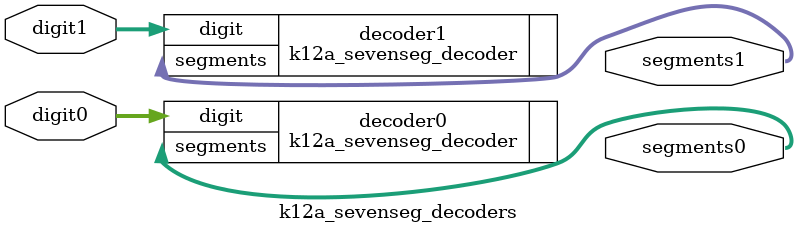
<source format=sv>
`include "iverilog-compat.inc.sv"
`include "k12a.inc.sv"

module k12a_sevenseg_decoders(
    input   logic [3:0]         digit0,
    output  logic [6:0]         segments0, // abcdefg
    input   logic [3:0]         digit1,
    output  logic [6:0]         segments1 // abcdefg
);

    k12a_sevenseg_decoder decoder0(
        .digit(digit0),
        .segments(segments0)
    );
    
    k12a_sevenseg_decoder decoder1(
        .digit(digit1),
        .segments(segments1)
    );

endmodule

</source>
